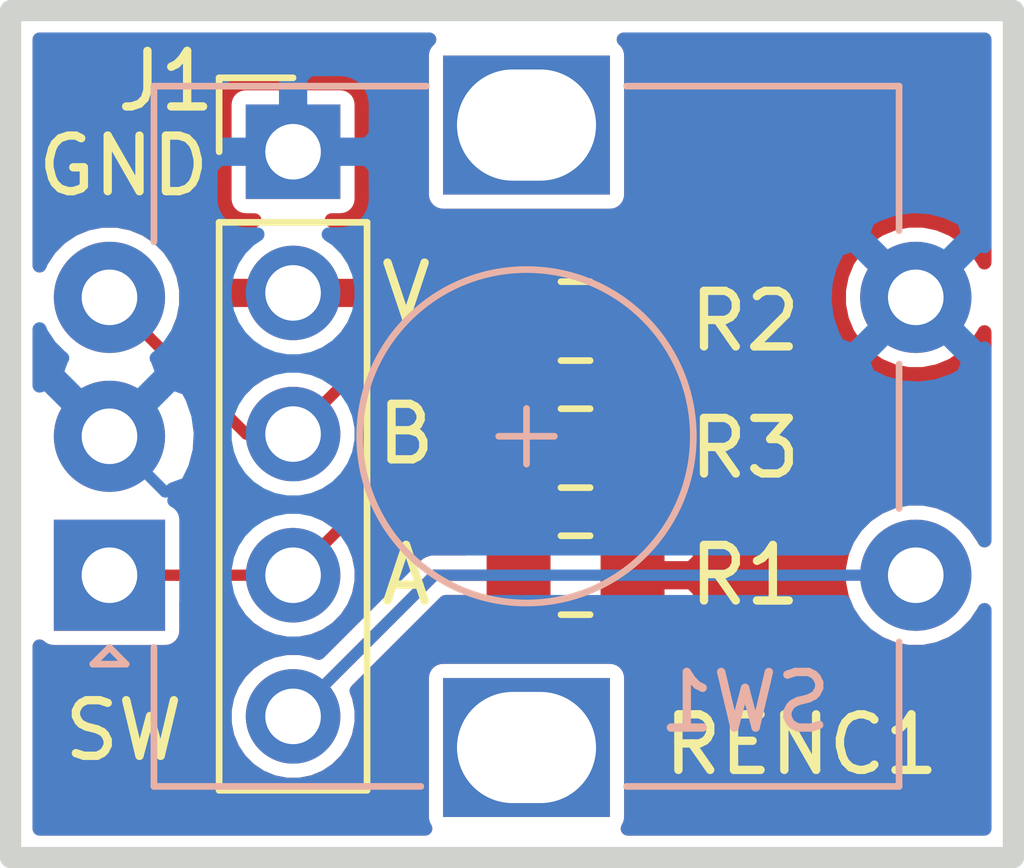
<source format=kicad_pcb>
(kicad_pcb (version 20171130) (host pcbnew "(5.1.5)-3")

  (general
    (thickness 1.6002)
    (drawings 14)
    (tracks 14)
    (zones 0)
    (modules 5)
    (nets 6)
  )

  (page A)
  (title_block
    (date "28 mar 2015")
    (rev X1)
  )

  (layers
    (0 Front signal)
    (31 Back signal)
    (36 B.SilkS user hide)
    (37 F.SilkS user)
    (38 B.Mask user)
    (39 F.Mask user hide)
    (40 Dwgs.User user hide)
    (44 Edge.Cuts user)
  )

  (setup
    (last_trace_width 0.2032)
    (user_trace_width 0.254)
    (user_trace_width 0.635)
    (trace_clearance 0.254)
    (zone_clearance 0.2032)
    (zone_45_only no)
    (trace_min 0.2032)
    (via_size 0.889)
    (via_drill 0.635)
    (via_min_size 0.889)
    (via_min_drill 0.508)
    (uvia_size 0.508)
    (uvia_drill 0.127)
    (uvias_allowed no)
    (uvia_min_size 0.508)
    (uvia_min_drill 0.127)
    (edge_width 0.381)
    (segment_width 0.381)
    (pcb_text_width 0.3048)
    (pcb_text_size 1.524 2.032)
    (mod_edge_width 0.381)
    (mod_text_size 1.524 1.524)
    (mod_text_width 0.3048)
    (pad_size 6.35 6.35)
    (pad_drill 3.175)
    (pad_to_mask_clearance 0.1524)
    (aux_axis_origin 0 0)
    (visible_elements 7FF7FF7F)
    (pcbplotparams
      (layerselection 0x010f0_ffffffff)
      (usegerberextensions true)
      (usegerberattributes false)
      (usegerberadvancedattributes false)
      (creategerberjobfile false)
      (excludeedgelayer true)
      (linewidth 0.150000)
      (plotframeref false)
      (viasonmask false)
      (mode 1)
      (useauxorigin false)
      (hpglpennumber 1)
      (hpglpenspeed 20)
      (hpglpendiameter 15.000000)
      (psnegative false)
      (psa4output false)
      (plotreference true)
      (plotvalue false)
      (plotinvisibletext false)
      (padsonsilk false)
      (subtractmaskfromsilk false)
      (outputformat 1)
      (mirror false)
      (drillshape 0)
      (scaleselection 1)
      (outputdirectory "plots/"))
  )

  (net 0 "")
  (net 1 GND)
  (net 2 /VCC)
  (net 3 /B)
  (net 4 /A)
  (net 5 /SW)

  (net_class Default "This is the default net class."
    (clearance 0.254)
    (trace_width 0.2032)
    (via_dia 0.889)
    (via_drill 0.635)
    (uvia_dia 0.508)
    (uvia_drill 0.127)
    (add_net /A)
    (add_net /B)
    (add_net /SW)
    (add_net /VCC)
    (add_net GND)
  )

  (net_class POWER ""
    (clearance 0.254)
    (trace_width 0.635)
    (via_dia 0.889)
    (via_drill 0.635)
    (uvia_dia 0.508)
    (uvia_drill 0.127)
  )

  (module Connector_PinHeader_2.54mm:PinHeader_1x05_P2.54mm_Vertical (layer Front) (tedit 59FED5CC) (tstamp 5F5E6CDA)
    (at 19.558 16.764)
    (descr "Through hole straight pin header, 1x05, 2.54mm pitch, single row")
    (tags "Through hole pin header THT 1x05 2.54mm single row")
    (path /5F5E9A8A)
    (fp_text reference J1 (at -2.286 -1.27) (layer F.SilkS)
      (effects (font (size 1 1) (thickness 0.15)))
    )
    (fp_text value Conn_01x05 (at 0 12.49) (layer F.Fab)
      (effects (font (size 1 1) (thickness 0.15)))
    )
    (fp_line (start -0.635 -1.27) (end 1.27 -1.27) (layer F.Fab) (width 0.1))
    (fp_line (start 1.27 -1.27) (end 1.27 11.43) (layer F.Fab) (width 0.1))
    (fp_line (start 1.27 11.43) (end -1.27 11.43) (layer F.Fab) (width 0.1))
    (fp_line (start -1.27 11.43) (end -1.27 -0.635) (layer F.Fab) (width 0.1))
    (fp_line (start -1.27 -0.635) (end -0.635 -1.27) (layer F.Fab) (width 0.1))
    (fp_line (start -1.33 11.49) (end 1.33 11.49) (layer F.SilkS) (width 0.12))
    (fp_line (start -1.33 1.27) (end -1.33 11.49) (layer F.SilkS) (width 0.12))
    (fp_line (start 1.33 1.27) (end 1.33 11.49) (layer F.SilkS) (width 0.12))
    (fp_line (start -1.33 1.27) (end 1.33 1.27) (layer F.SilkS) (width 0.12))
    (fp_line (start -1.33 0) (end -1.33 -1.33) (layer F.SilkS) (width 0.12))
    (fp_line (start -1.33 -1.33) (end 0 -1.33) (layer F.SilkS) (width 0.12))
    (fp_line (start -1.8 -1.8) (end -1.8 11.95) (layer F.CrtYd) (width 0.05))
    (fp_line (start -1.8 11.95) (end 1.8 11.95) (layer F.CrtYd) (width 0.05))
    (fp_line (start 1.8 11.95) (end 1.8 -1.8) (layer F.CrtYd) (width 0.05))
    (fp_line (start 1.8 -1.8) (end -1.8 -1.8) (layer F.CrtYd) (width 0.05))
    (fp_text user %R (at 0 5.08 90) (layer F.Fab)
      (effects (font (size 1 1) (thickness 0.15)))
    )
    (pad 1 thru_hole rect (at 0 0) (size 1.7 1.7) (drill 1) (layers *.Cu *.Mask)
      (net 1 GND))
    (pad 2 thru_hole oval (at 0 2.54) (size 1.7 1.7) (drill 1) (layers *.Cu *.Mask)
      (net 2 /VCC))
    (pad 3 thru_hole oval (at 0 5.08) (size 1.7 1.7) (drill 1) (layers *.Cu *.Mask)
      (net 3 /B))
    (pad 4 thru_hole oval (at 0 7.62) (size 1.7 1.7) (drill 1) (layers *.Cu *.Mask)
      (net 4 /A))
    (pad 5 thru_hole oval (at 0 10.16) (size 1.7 1.7) (drill 1) (layers *.Cu *.Mask)
      (net 5 /SW))
    (model ${KISYS3DMOD}/Connector_PinHeader_2.54mm.3dshapes/PinHeader_1x05_P2.54mm_Vertical.wrl
      (at (xyz 0 0 0))
      (scale (xyz 1 1 1))
      (rotate (xyz 0 0 0))
    )
  )

  (module Resistor_SMD:R_0805_2012Metric_Pad1.15x1.40mm_HandSolder (layer Front) (tedit 5B36C52B) (tstamp 5F5E6CDB)
    (at 24.638 24.384 180)
    (descr "Resistor SMD 0805 (2012 Metric), square (rectangular) end terminal, IPC_7351 nominal with elongated pad for handsoldering. (Body size source: https://docs.google.com/spreadsheets/d/1BsfQQcO9C6DZCsRaXUlFlo91Tg2WpOkGARC1WS5S8t0/edit?usp=sharing), generated with kicad-footprint-generator")
    (tags "resistor handsolder")
    (path /5030EFB3)
    (attr smd)
    (fp_text reference R1 (at -3.048 0) (layer F.SilkS)
      (effects (font (size 1 1) (thickness 0.15)))
    )
    (fp_text value 10K (at 0 1.65) (layer F.Fab)
      (effects (font (size 1 1) (thickness 0.15)))
    )
    (fp_line (start -1 0.6) (end -1 -0.6) (layer F.Fab) (width 0.1))
    (fp_line (start -1 -0.6) (end 1 -0.6) (layer F.Fab) (width 0.1))
    (fp_line (start 1 -0.6) (end 1 0.6) (layer F.Fab) (width 0.1))
    (fp_line (start 1 0.6) (end -1 0.6) (layer F.Fab) (width 0.1))
    (fp_line (start -0.261252 -0.71) (end 0.261252 -0.71) (layer F.SilkS) (width 0.12))
    (fp_line (start -0.261252 0.71) (end 0.261252 0.71) (layer F.SilkS) (width 0.12))
    (fp_line (start -1.85 0.95) (end -1.85 -0.95) (layer F.CrtYd) (width 0.05))
    (fp_line (start -1.85 -0.95) (end 1.85 -0.95) (layer F.CrtYd) (width 0.05))
    (fp_line (start 1.85 -0.95) (end 1.85 0.95) (layer F.CrtYd) (width 0.05))
    (fp_line (start 1.85 0.95) (end -1.85 0.95) (layer F.CrtYd) (width 0.05))
    (fp_text user %R (at 0 0) (layer F.Fab)
      (effects (font (size 0.5 0.5) (thickness 0.08)))
    )
    (pad 1 smd roundrect (at -1.025 0 180) (size 1.15 1.4) (layers Front F.Paste F.Mask) (roundrect_rratio 0.217391)
      (net 2 /VCC))
    (pad 2 smd roundrect (at 1.025 0 180) (size 1.15 1.4) (layers Front F.Paste F.Mask) (roundrect_rratio 0.217391)
      (net 5 /SW))
    (model ${KISYS3DMOD}/Resistor_SMD.3dshapes/R_0805_2012Metric.wrl
      (at (xyz 0 0 0))
      (scale (xyz 1 1 1))
      (rotate (xyz 0 0 0))
    )
  )

  (module Resistor_SMD:R_0805_2012Metric_Pad1.15x1.40mm_HandSolder (layer Front) (tedit 5B36C52B) (tstamp 5F5E6CEB)
    (at 24.638 19.812 180)
    (descr "Resistor SMD 0805 (2012 Metric), square (rectangular) end terminal, IPC_7351 nominal with elongated pad for handsoldering. (Body size source: https://docs.google.com/spreadsheets/d/1BsfQQcO9C6DZCsRaXUlFlo91Tg2WpOkGARC1WS5S8t0/edit?usp=sharing), generated with kicad-footprint-generator")
    (tags "resistor handsolder")
    (path /56BFD513)
    (attr smd)
    (fp_text reference R2 (at -3.048 0) (layer F.SilkS)
      (effects (font (size 1 1) (thickness 0.15)))
    )
    (fp_text value 10K (at 0 1.65) (layer F.Fab)
      (effects (font (size 1 1) (thickness 0.15)))
    )
    (fp_line (start -1 0.6) (end -1 -0.6) (layer F.Fab) (width 0.1))
    (fp_line (start -1 -0.6) (end 1 -0.6) (layer F.Fab) (width 0.1))
    (fp_line (start 1 -0.6) (end 1 0.6) (layer F.Fab) (width 0.1))
    (fp_line (start 1 0.6) (end -1 0.6) (layer F.Fab) (width 0.1))
    (fp_line (start -0.261252 -0.71) (end 0.261252 -0.71) (layer F.SilkS) (width 0.12))
    (fp_line (start -0.261252 0.71) (end 0.261252 0.71) (layer F.SilkS) (width 0.12))
    (fp_line (start -1.85 0.95) (end -1.85 -0.95) (layer F.CrtYd) (width 0.05))
    (fp_line (start -1.85 -0.95) (end 1.85 -0.95) (layer F.CrtYd) (width 0.05))
    (fp_line (start 1.85 -0.95) (end 1.85 0.95) (layer F.CrtYd) (width 0.05))
    (fp_line (start 1.85 0.95) (end -1.85 0.95) (layer F.CrtYd) (width 0.05))
    (fp_text user %R (at 0 0) (layer F.Fab)
      (effects (font (size 0.5 0.5) (thickness 0.08)))
    )
    (pad 1 smd roundrect (at -1.025 0 180) (size 1.15 1.4) (layers Front F.Paste F.Mask) (roundrect_rratio 0.217391)
      (net 2 /VCC))
    (pad 2 smd roundrect (at 1.025 0 180) (size 1.15 1.4) (layers Front F.Paste F.Mask) (roundrect_rratio 0.217391)
      (net 3 /B))
    (model ${KISYS3DMOD}/Resistor_SMD.3dshapes/R_0805_2012Metric.wrl
      (at (xyz 0 0 0))
      (scale (xyz 1 1 1))
      (rotate (xyz 0 0 0))
    )
  )

  (module Resistor_SMD:R_0805_2012Metric_Pad1.15x1.40mm_HandSolder (layer Front) (tedit 5B36C52B) (tstamp 5F5E6CFB)
    (at 24.638 22.098 180)
    (descr "Resistor SMD 0805 (2012 Metric), square (rectangular) end terminal, IPC_7351 nominal with elongated pad for handsoldering. (Body size source: https://docs.google.com/spreadsheets/d/1BsfQQcO9C6DZCsRaXUlFlo91Tg2WpOkGARC1WS5S8t0/edit?usp=sharing), generated with kicad-footprint-generator")
    (tags "resistor handsolder")
    (path /56BFD4B7)
    (attr smd)
    (fp_text reference R3 (at -3.048 0) (layer F.SilkS)
      (effects (font (size 1 1) (thickness 0.15)))
    )
    (fp_text value 10K (at 0 1.65) (layer F.Fab)
      (effects (font (size 1 1) (thickness 0.15)))
    )
    (fp_text user %R (at 0 0) (layer F.Fab)
      (effects (font (size 0.5 0.5) (thickness 0.08)))
    )
    (fp_line (start 1.85 0.95) (end -1.85 0.95) (layer F.CrtYd) (width 0.05))
    (fp_line (start 1.85 -0.95) (end 1.85 0.95) (layer F.CrtYd) (width 0.05))
    (fp_line (start -1.85 -0.95) (end 1.85 -0.95) (layer F.CrtYd) (width 0.05))
    (fp_line (start -1.85 0.95) (end -1.85 -0.95) (layer F.CrtYd) (width 0.05))
    (fp_line (start -0.261252 0.71) (end 0.261252 0.71) (layer F.SilkS) (width 0.12))
    (fp_line (start -0.261252 -0.71) (end 0.261252 -0.71) (layer F.SilkS) (width 0.12))
    (fp_line (start 1 0.6) (end -1 0.6) (layer F.Fab) (width 0.1))
    (fp_line (start 1 -0.6) (end 1 0.6) (layer F.Fab) (width 0.1))
    (fp_line (start -1 -0.6) (end 1 -0.6) (layer F.Fab) (width 0.1))
    (fp_line (start -1 0.6) (end -1 -0.6) (layer F.Fab) (width 0.1))
    (pad 2 smd roundrect (at 1.025 0 180) (size 1.15 1.4) (layers Front F.Paste F.Mask) (roundrect_rratio 0.217391)
      (net 4 /A))
    (pad 1 smd roundrect (at -1.025 0 180) (size 1.15 1.4) (layers Front F.Paste F.Mask) (roundrect_rratio 0.217391)
      (net 2 /VCC))
    (model ${KISYS3DMOD}/Resistor_SMD.3dshapes/R_0805_2012Metric.wrl
      (at (xyz 0 0 0))
      (scale (xyz 1 1 1))
      (rotate (xyz 0 0 0))
    )
  )

  (module Rotary_Encoder:RotaryEncoder_Alps_EC12E-Switch_Vertical_H20mm (layer Back) (tedit 5A64F492) (tstamp 5F5E6D0B)
    (at 16.256 24.384)
    (descr "Alps rotary encoder, EC12E... with switch, vertical shaft, http://www.alps.com/prod/info/E/HTML/Encoder/Incremental/EC12E/EC12E1240405.html & http://cdn-reichelt.de/documents/datenblatt/F100/402097STEC12E08.PDF")
    (tags "rotary encoder")
    (path /56BFD041)
    (fp_text reference SW1 (at 11.43 2.286) (layer B.SilkS)
      (effects (font (size 1 1) (thickness 0.15)) (justify mirror))
    )
    (fp_text value ROTARY-ENC (at 7.5 -10.4) (layer B.Fab)
      (effects (font (size 1 1) (thickness 0.15)) (justify mirror))
    )
    (fp_line (start 7 -2.5) (end 8 -2.5) (layer B.SilkS) (width 0.12))
    (fp_line (start 7.5 -2) (end 7.5 -3) (layer B.SilkS) (width 0.12))
    (fp_text user %R (at 11.5 -6.6) (layer B.Fab)
      (effects (font (size 1 1) (thickness 0.15)) (justify mirror))
    )
    (fp_line (start 14.2 -6.2) (end 14.2 -8.8) (layer B.SilkS) (width 0.12))
    (fp_line (start 14.2 -1.2) (end 14.2 -3.8) (layer B.SilkS) (width 0.12))
    (fp_line (start 14.2 3.8) (end 14.2 1.2) (layer B.SilkS) (width 0.12))
    (fp_line (start 4.5 -2.5) (end 10.5 -2.5) (layer B.Fab) (width 0.12))
    (fp_line (start 7.5 0.5) (end 7.5 -5.5) (layer B.Fab) (width 0.12))
    (fp_line (start 0.3 1.6) (end 0 1.3) (layer B.SilkS) (width 0.12))
    (fp_line (start -0.3 1.6) (end 0.3 1.6) (layer B.SilkS) (width 0.12))
    (fp_line (start 0 1.3) (end -0.3 1.6) (layer B.SilkS) (width 0.12))
    (fp_line (start 0.8 3.8) (end 0.8 1.3) (layer B.SilkS) (width 0.12))
    (fp_line (start 5.6 3.8) (end 0.8 3.8) (layer B.SilkS) (width 0.12))
    (fp_line (start 0.8 -8.8) (end 0.8 -6) (layer B.SilkS) (width 0.12))
    (fp_line (start 5.7 -8.8) (end 0.8 -8.8) (layer B.SilkS) (width 0.12))
    (fp_line (start 14.2 -8.8) (end 9.3 -8.8) (layer B.SilkS) (width 0.12))
    (fp_line (start 9.3 3.8) (end 14.2 3.8) (layer B.SilkS) (width 0.12))
    (fp_line (start 0.9 2.6) (end 1.9 3.7) (layer B.Fab) (width 0.12))
    (fp_line (start 0.9 -8.7) (end 0.9 2.6) (layer B.Fab) (width 0.12))
    (fp_line (start 14.1 -8.7) (end 0.9 -8.7) (layer B.Fab) (width 0.12))
    (fp_line (start 14.1 3.7) (end 14.1 -8.7) (layer B.Fab) (width 0.12))
    (fp_line (start 1.9 3.7) (end 14.1 3.7) (layer B.Fab) (width 0.12))
    (fp_line (start -1.5 4.85) (end 16 4.85) (layer B.CrtYd) (width 0.05))
    (fp_line (start -1.5 4.85) (end -1.5 -9.85) (layer B.CrtYd) (width 0.05))
    (fp_line (start 16 -9.85) (end 16 4.85) (layer B.CrtYd) (width 0.05))
    (fp_line (start 16 -9.85) (end -1.5 -9.85) (layer B.CrtYd) (width 0.05))
    (fp_circle (center 7.5 -2.5) (end 10.5 -2.5) (layer B.SilkS) (width 0.12))
    (fp_circle (center 7.5 -2.5) (end 10.5 -2.5) (layer B.Fab) (width 0.12))
    (pad S2 thru_hole circle (at 14.5 -5) (size 2 2) (drill 1) (layers *.Cu *.Mask)
      (net 1 GND))
    (pad S1 thru_hole circle (at 14.5 0) (size 2 2) (drill 1) (layers *.Cu *.Mask)
      (net 5 /SW))
    (pad MP thru_hole rect (at 7.5 -8.1) (size 3 2.5) (drill oval 2.5 2) (layers *.Cu *.Mask))
    (pad MP thru_hole rect (at 7.5 3.1) (size 3 2.5) (drill oval 2.5 2) (layers *.Cu *.Mask))
    (pad B thru_hole circle (at 0 -5) (size 2 2) (drill 1) (layers *.Cu *.Mask)
      (net 3 /B))
    (pad C thru_hole circle (at 0 -2.5) (size 2 2) (drill 1) (layers *.Cu *.Mask)
      (net 1 GND))
    (pad A thru_hole rect (at 0 0) (size 2 2) (drill 1) (layers *.Cu *.Mask)
      (net 4 /A))
    (model ${KISYS3DMOD}/Rotary_Encoder.3dshapes/RotaryEncoder_Alps_EC12E-Switch_Vertical_H20mm.wrl
      (at (xyz 0 0 0))
      (scale (xyz 1 1 1))
      (rotate (xyz 0 0 0))
    )
  )

  (dimension 15.24 (width 0.381) (layer Dwgs.User)
    (gr_text "15.240 mm" (at 42.425 21.844 90) (layer Dwgs.User)
      (effects (font (size 1 1) (thickness 0.15)))
    )
    (feature1 (pts (xy 32.512 14.224) (xy 41.480421 14.224)))
    (feature2 (pts (xy 32.512 29.464) (xy 41.480421 29.464)))
    (crossbar (pts (xy 40.894 29.464) (xy 40.894 14.224)))
    (arrow1a (pts (xy 40.894 14.224) (xy 41.480421 15.350504)))
    (arrow1b (pts (xy 40.894 14.224) (xy 40.307579 15.350504)))
    (arrow2a (pts (xy 40.894 29.464) (xy 41.480421 28.337496)))
    (arrow2b (pts (xy 40.894 29.464) (xy 40.307579 28.337496)))
  )
  (dimension 18.034 (width 0.381) (layer Dwgs.User)
    (gr_text "18.034 mm" (at 23.495 36.837) (layer Dwgs.User)
      (effects (font (size 1 1) (thickness 0.15)))
    )
    (feature1 (pts (xy 32.512 29.464) (xy 32.512 35.892421)))
    (feature2 (pts (xy 14.478 29.464) (xy 14.478 35.892421)))
    (crossbar (pts (xy 14.478 35.306) (xy 32.512 35.306)))
    (arrow1a (pts (xy 32.512 35.306) (xy 31.385496 35.892421)))
    (arrow1b (pts (xy 32.512 35.306) (xy 31.385496 34.719579)))
    (arrow2a (pts (xy 14.478 35.306) (xy 15.604504 35.892421)))
    (arrow2b (pts (xy 14.478 35.306) (xy 15.604504 34.719579)))
  )
  (gr_text RENC1 (at 28.702 27.432) (layer F.SilkS) (tstamp 5F5E7377)
    (effects (font (size 1 1) (thickness 0.15)))
  )
  (gr_text A (at 21.59 24.384) (layer F.SilkS) (tstamp 5F5E7372)
    (effects (font (size 1 1) (thickness 0.15)))
  )
  (gr_text B (at 21.59 21.844) (layer F.SilkS) (tstamp 5F5E736F)
    (effects (font (size 1 1) (thickness 0.15)))
  )
  (gr_text V (at 21.59 19.304) (layer F.SilkS) (tstamp 5F5E736A)
    (effects (font (size 1 1) (thickness 0.15)))
  )
  (gr_text SW (at 16.51 27.178) (layer F.SilkS) (tstamp 5F5E7331)
    (effects (font (size 1 1) (thickness 0.15)))
  )
  (gr_text GND (at 16.51 17.018) (layer F.SilkS)
    (effects (font (size 1 1) (thickness 0.15)))
  )
  (dimension 15.24 (width 0.381) (layer Dwgs.User)
    (gr_text "0.6000 in" (at 37.599 21.844 90) (layer Dwgs.User)
      (effects (font (size 1 1) (thickness 0.15)))
    )
    (feature1 (pts (xy 32.512 14.224) (xy 36.654421 14.224)))
    (feature2 (pts (xy 32.512 29.464) (xy 36.654421 29.464)))
    (crossbar (pts (xy 36.068 29.464) (xy 36.068 14.224)))
    (arrow1a (pts (xy 36.068 14.224) (xy 36.654421 15.350504)))
    (arrow1b (pts (xy 36.068 14.224) (xy 35.481579 15.350504)))
    (arrow2a (pts (xy 36.068 29.464) (xy 36.654421 28.337496)))
    (arrow2b (pts (xy 36.068 29.464) (xy 35.481579 28.337496)))
  )
  (dimension 18.034 (width 0.381) (layer Dwgs.User)
    (gr_text "0.7100 in" (at 23.495 33.281) (layer Dwgs.User)
      (effects (font (size 1 1) (thickness 0.15)))
    )
    (feature1 (pts (xy 32.512 29.464) (xy 32.512 32.336421)))
    (feature2 (pts (xy 14.478 29.464) (xy 14.478 32.336421)))
    (crossbar (pts (xy 14.478 31.75) (xy 32.512 31.75)))
    (arrow1a (pts (xy 32.512 31.75) (xy 31.385496 32.336421)))
    (arrow1b (pts (xy 32.512 31.75) (xy 31.385496 31.163579)))
    (arrow2a (pts (xy 14.478 31.75) (xy 15.604504 32.336421)))
    (arrow2b (pts (xy 14.478 31.75) (xy 15.604504 31.163579)))
  )
  (gr_line (start 14.478 29.464) (end 14.478 14.224) (layer Edge.Cuts) (width 0.381) (tstamp 5F5E730B))
  (gr_line (start 32.512 29.464) (end 14.478 29.464) (layer Edge.Cuts) (width 0.381))
  (gr_line (start 32.512 14.224) (end 32.512 29.464) (layer Edge.Cuts) (width 0.381))
  (gr_line (start 14.478 14.224) (end 32.512 14.224) (layer Edge.Cuts) (width 0.381))

  (segment (start 17.255999 22.883999) (end 17.502001 22.883999) (width 0.2032) (layer Back) (net 1))
  (segment (start 16.256 21.884) (end 17.255999 22.883999) (width 0.2032) (layer Back) (net 1))
  (segment (start 18.716 21.844) (end 19.558 21.844) (width 0.2032) (layer Front) (net 3))
  (segment (start 16.256 19.384) (end 18.716 21.844) (width 0.2032) (layer Front) (net 3))
  (segment (start 21.59 19.812) (end 19.558 21.844) (width 0.2032) (layer Front) (net 3))
  (segment (start 23.613 19.812) (end 21.59 19.812) (width 0.2032) (layer Front) (net 3))
  (segment (start 21.844 22.098) (end 19.558 24.384) (width 0.2032) (layer Front) (net 4))
  (segment (start 23.613 22.098) (end 21.844 22.098) (width 0.2032) (layer Front) (net 4))
  (segment (start 17.4592 24.384) (end 19.558 24.384) (width 0.2032) (layer Front) (net 4))
  (segment (start 16.256 24.384) (end 17.4592 24.384) (width 0.2032) (layer Front) (net 4))
  (segment (start 22.098 24.384) (end 30.756 24.384) (width 0.2032) (layer Back) (net 5))
  (segment (start 19.558 26.924) (end 22.098 24.384) (width 0.2032) (layer Back) (net 5))
  (segment (start 22.098 24.384) (end 19.558 26.924) (width 0.2032) (layer Front) (net 5))
  (segment (start 23.613 24.384) (end 22.098 24.384) (width 0.2032) (layer Front) (net 5))

  (zone (net 2) (net_name /VCC) (layer Front) (tstamp 5F5E739F) (hatch edge 0.508)
    (connect_pads (clearance 0.2032))
    (min_thickness 0.254)
    (fill yes (arc_segments 32) (thermal_gap 0.508) (thermal_bridge_width 0.508))
    (polygon
      (pts
        (xy 32.512 29.464) (xy 14.478 29.464) (xy 14.478 14.224) (xy 32.512 14.224)
      )
    )
    (filled_polygon
      (pts
        (xy 21.985289 14.763289) (xy 21.937678 14.821304) (xy 21.902299 14.887492) (xy 21.880513 14.959311) (xy 21.873157 15.034)
        (xy 21.873157 17.534) (xy 21.880513 17.608689) (xy 21.902299 17.680508) (xy 21.937678 17.746696) (xy 21.985289 17.804711)
        (xy 22.043304 17.852322) (xy 22.109492 17.887701) (xy 22.181311 17.909487) (xy 22.256 17.916843) (xy 25.256 17.916843)
        (xy 25.330689 17.909487) (xy 25.402508 17.887701) (xy 25.468696 17.852322) (xy 25.526711 17.804711) (xy 25.574322 17.746696)
        (xy 25.609701 17.680508) (xy 25.631487 17.608689) (xy 25.638843 17.534) (xy 25.638843 15.034) (xy 25.631487 14.959311)
        (xy 25.609701 14.887492) (xy 25.574322 14.821304) (xy 25.526711 14.763289) (xy 25.50406 14.7447) (xy 31.9913 14.7447)
        (xy 31.9913 18.757552) (xy 31.979826 18.729851) (xy 31.828693 18.503664) (xy 31.636336 18.311307) (xy 31.410149 18.160174)
        (xy 31.158823 18.056071) (xy 30.892017 18.003) (xy 30.619983 18.003) (xy 30.353177 18.056071) (xy 30.101851 18.160174)
        (xy 29.875664 18.311307) (xy 29.683307 18.503664) (xy 29.532174 18.729851) (xy 29.428071 18.981177) (xy 29.375 19.247983)
        (xy 29.375 19.520017) (xy 29.428071 19.786823) (xy 29.532174 20.038149) (xy 29.683307 20.264336) (xy 29.875664 20.456693)
        (xy 30.101851 20.607826) (xy 30.353177 20.711929) (xy 30.619983 20.765) (xy 30.892017 20.765) (xy 31.158823 20.711929)
        (xy 31.410149 20.607826) (xy 31.636336 20.456693) (xy 31.828693 20.264336) (xy 31.979826 20.038149) (xy 31.9913 20.010447)
        (xy 31.991301 23.757553) (xy 31.979826 23.729851) (xy 31.828693 23.503664) (xy 31.636336 23.311307) (xy 31.410149 23.160174)
        (xy 31.158823 23.056071) (xy 30.892017 23.003) (xy 30.619983 23.003) (xy 30.353177 23.056071) (xy 30.101851 23.160174)
        (xy 29.875664 23.311307) (xy 29.683307 23.503664) (xy 29.532174 23.729851) (xy 29.428071 23.981177) (xy 29.375 24.247983)
        (xy 29.375 24.520017) (xy 29.428071 24.786823) (xy 29.532174 25.038149) (xy 29.683307 25.264336) (xy 29.875664 25.456693)
        (xy 30.101851 25.607826) (xy 30.353177 25.711929) (xy 30.619983 25.765) (xy 30.892017 25.765) (xy 31.158823 25.711929)
        (xy 31.410149 25.607826) (xy 31.636336 25.456693) (xy 31.828693 25.264336) (xy 31.979826 25.038149) (xy 31.991301 25.010447)
        (xy 31.991301 28.9433) (xy 25.576137 28.9433) (xy 25.609701 28.880508) (xy 25.631487 28.808689) (xy 25.638843 28.734)
        (xy 25.638843 26.234) (xy 25.631487 26.159311) (xy 25.609701 26.087492) (xy 25.574322 26.021304) (xy 25.526711 25.963289)
        (xy 25.468696 25.915678) (xy 25.402508 25.880299) (xy 25.330689 25.858513) (xy 25.256 25.851157) (xy 22.256 25.851157)
        (xy 22.181311 25.858513) (xy 22.109492 25.880299) (xy 22.043304 25.915678) (xy 21.985289 25.963289) (xy 21.937678 26.021304)
        (xy 21.902299 26.087492) (xy 21.880513 26.159311) (xy 21.873157 26.234) (xy 21.873157 28.734) (xy 21.880513 28.808689)
        (xy 21.902299 28.880508) (xy 21.935863 28.9433) (xy 14.9987 28.9433) (xy 14.9987 25.665717) (xy 15.043304 25.702322)
        (xy 15.109492 25.737701) (xy 15.181311 25.759487) (xy 15.256 25.766843) (xy 17.256 25.766843) (xy 17.330689 25.759487)
        (xy 17.402508 25.737701) (xy 17.468696 25.702322) (xy 17.526711 25.654711) (xy 17.574322 25.596696) (xy 17.609701 25.530508)
        (xy 17.631487 25.458689) (xy 17.638843 25.384) (xy 17.638843 24.8666) (xy 18.425475 24.8666) (xy 18.467102 24.967097)
        (xy 18.60182 25.168717) (xy 18.773283 25.34018) (xy 18.974903 25.474898) (xy 19.198931 25.567693) (xy 19.436757 25.615)
        (xy 19.679243 25.615) (xy 19.917069 25.567693) (xy 20.141097 25.474898) (xy 20.342717 25.34018) (xy 20.51418 25.168717)
        (xy 20.648898 24.967097) (xy 20.741693 24.743069) (xy 20.789 24.505243) (xy 20.789 24.262757) (xy 20.741693 24.024931)
        (xy 20.700066 23.924433) (xy 22.043899 22.5806) (xy 22.658368 22.5806) (xy 22.667317 22.671462) (xy 22.703329 22.790179)
        (xy 22.76181 22.899589) (xy 22.840512 22.995488) (xy 22.936411 23.07419) (xy 23.045821 23.132671) (xy 23.164538 23.168683)
        (xy 23.287999 23.180843) (xy 23.938001 23.180843) (xy 24.061462 23.168683) (xy 24.180179 23.132671) (xy 24.289589 23.07419)
        (xy 24.385488 22.995488) (xy 24.460389 22.90422) (xy 24.462188 22.922482) (xy 24.498498 23.04218) (xy 24.557463 23.152494)
        (xy 24.630098 23.241) (xy 24.557463 23.329506) (xy 24.498498 23.43982) (xy 24.462188 23.559518) (xy 24.460389 23.57778)
        (xy 24.385488 23.486512) (xy 24.289589 23.40781) (xy 24.180179 23.349329) (xy 24.061462 23.313317) (xy 23.938001 23.301157)
        (xy 23.287999 23.301157) (xy 23.164538 23.313317) (xy 23.045821 23.349329) (xy 22.936411 23.40781) (xy 22.840512 23.486512)
        (xy 22.76181 23.582411) (xy 22.703329 23.691821) (xy 22.667317 23.810538) (xy 22.658368 23.9014) (xy 22.121696 23.9014)
        (xy 22.097999 23.899066) (xy 22.074302 23.9014) (xy 22.074293 23.9014) (xy 22.003394 23.908383) (xy 21.912423 23.935978)
        (xy 21.828585 23.980791) (xy 21.755099 24.041099) (xy 21.739983 24.059518) (xy 20.017567 25.781934) (xy 19.917069 25.740307)
        (xy 19.679243 25.693) (xy 19.436757 25.693) (xy 19.198931 25.740307) (xy 18.974903 25.833102) (xy 18.773283 25.96782)
        (xy 18.60182 26.139283) (xy 18.467102 26.340903) (xy 18.374307 26.564931) (xy 18.327 26.802757) (xy 18.327 27.045243)
        (xy 18.374307 27.283069) (xy 18.467102 27.507097) (xy 18.60182 27.708717) (xy 18.773283 27.88018) (xy 18.974903 28.014898)
        (xy 19.198931 28.107693) (xy 19.436757 28.155) (xy 19.679243 28.155) (xy 19.917069 28.107693) (xy 20.141097 28.014898)
        (xy 20.342717 27.88018) (xy 20.51418 27.708717) (xy 20.648898 27.507097) (xy 20.741693 27.283069) (xy 20.789 27.045243)
        (xy 20.789 26.802757) (xy 20.741693 26.564931) (xy 20.700066 26.464433) (xy 22.297899 24.8666) (xy 22.658368 24.8666)
        (xy 22.667317 24.957462) (xy 22.703329 25.076179) (xy 22.76181 25.185589) (xy 22.840512 25.281488) (xy 22.936411 25.36019)
        (xy 23.045821 25.418671) (xy 23.164538 25.454683) (xy 23.287999 25.466843) (xy 23.938001 25.466843) (xy 24.061462 25.454683)
        (xy 24.180179 25.418671) (xy 24.289589 25.36019) (xy 24.385488 25.281488) (xy 24.460389 25.19022) (xy 24.462188 25.208482)
        (xy 24.498498 25.32818) (xy 24.557463 25.438494) (xy 24.636815 25.535185) (xy 24.733506 25.614537) (xy 24.84382 25.673502)
        (xy 24.963518 25.709812) (xy 25.088 25.722072) (xy 25.37725 25.719) (xy 25.536 25.56025) (xy 25.536 24.511)
        (xy 25.79 24.511) (xy 25.79 25.56025) (xy 25.94875 25.719) (xy 26.238 25.722072) (xy 26.362482 25.709812)
        (xy 26.48218 25.673502) (xy 26.592494 25.614537) (xy 26.689185 25.535185) (xy 26.768537 25.438494) (xy 26.827502 25.32818)
        (xy 26.863812 25.208482) (xy 26.876072 25.084) (xy 26.873 24.66975) (xy 26.71425 24.511) (xy 25.79 24.511)
        (xy 25.536 24.511) (xy 25.516 24.511) (xy 25.516 24.257) (xy 25.536 24.257) (xy 25.536 22.225)
        (xy 25.79 22.225) (xy 25.79 24.257) (xy 26.71425 24.257) (xy 26.873 24.09825) (xy 26.876072 23.684)
        (xy 26.863812 23.559518) (xy 26.827502 23.43982) (xy 26.768537 23.329506) (xy 26.695902 23.241) (xy 26.768537 23.152494)
        (xy 26.827502 23.04218) (xy 26.863812 22.922482) (xy 26.876072 22.798) (xy 26.873 22.38375) (xy 26.71425 22.225)
        (xy 25.79 22.225) (xy 25.536 22.225) (xy 25.516 22.225) (xy 25.516 21.971) (xy 25.536 21.971)
        (xy 25.536 19.939) (xy 25.79 19.939) (xy 25.79 21.971) (xy 26.71425 21.971) (xy 26.873 21.81225)
        (xy 26.876072 21.398) (xy 26.863812 21.273518) (xy 26.827502 21.15382) (xy 26.768537 21.043506) (xy 26.695902 20.955)
        (xy 26.768537 20.866494) (xy 26.827502 20.75618) (xy 26.863812 20.636482) (xy 26.876072 20.512) (xy 26.873 20.09775)
        (xy 26.71425 19.939) (xy 25.79 19.939) (xy 25.536 19.939) (xy 25.516 19.939) (xy 25.516 19.685)
        (xy 25.536 19.685) (xy 25.536 18.63575) (xy 25.79 18.63575) (xy 25.79 19.685) (xy 26.71425 19.685)
        (xy 26.873 19.52625) (xy 26.876072 19.112) (xy 26.863812 18.987518) (xy 26.827502 18.86782) (xy 26.768537 18.757506)
        (xy 26.689185 18.660815) (xy 26.592494 18.581463) (xy 26.48218 18.522498) (xy 26.362482 18.486188) (xy 26.238 18.473928)
        (xy 25.94875 18.477) (xy 25.79 18.63575) (xy 25.536 18.63575) (xy 25.37725 18.477) (xy 25.088 18.473928)
        (xy 24.963518 18.486188) (xy 24.84382 18.522498) (xy 24.733506 18.581463) (xy 24.636815 18.660815) (xy 24.557463 18.757506)
        (xy 24.498498 18.86782) (xy 24.462188 18.987518) (xy 24.460389 19.00578) (xy 24.385488 18.914512) (xy 24.289589 18.83581)
        (xy 24.180179 18.777329) (xy 24.061462 18.741317) (xy 23.938001 18.729157) (xy 23.287999 18.729157) (xy 23.164538 18.741317)
        (xy 23.045821 18.777329) (xy 22.936411 18.83581) (xy 22.840512 18.914512) (xy 22.76181 19.010411) (xy 22.703329 19.119821)
        (xy 22.667317 19.238538) (xy 22.658368 19.3294) (xy 21.613707 19.3294) (xy 21.59 19.327065) (xy 21.495393 19.336383)
        (xy 21.410947 19.361999) (xy 21.404423 19.363978) (xy 21.320585 19.408791) (xy 21.247099 19.469099) (xy 21.231988 19.487512)
        (xy 20.973731 19.74577) (xy 20.999476 19.66089) (xy 20.878155 19.431) (xy 19.685 19.431) (xy 19.685 19.451)
        (xy 19.431 19.451) (xy 19.431 19.431) (xy 18.237845 19.431) (xy 18.116524 19.66089) (xy 18.161175 19.808099)
        (xy 18.286359 20.07092) (xy 18.460412 20.304269) (xy 18.676645 20.499178) (xy 18.926748 20.648157) (xy 19.089168 20.705772)
        (xy 18.974903 20.753102) (xy 18.773283 20.88782) (xy 18.607801 21.053302) (xy 17.512871 19.958372) (xy 17.583929 19.786823)
        (xy 17.637 19.520017) (xy 17.637 19.247983) (xy 17.583929 18.981177) (xy 17.569818 18.94711) (xy 18.116524 18.94711)
        (xy 18.237845 19.177) (xy 19.431 19.177) (xy 19.431 19.157) (xy 19.685 19.157) (xy 19.685 19.177)
        (xy 20.878155 19.177) (xy 20.999476 18.94711) (xy 20.954825 18.799901) (xy 20.829641 18.53708) (xy 20.655588 18.303731)
        (xy 20.439355 18.108822) (xy 20.251367 17.996843) (xy 20.408 17.996843) (xy 20.482689 17.989487) (xy 20.554508 17.967701)
        (xy 20.620696 17.932322) (xy 20.678711 17.884711) (xy 20.726322 17.826696) (xy 20.761701 17.760508) (xy 20.783487 17.688689)
        (xy 20.790843 17.614) (xy 20.790843 15.914) (xy 20.783487 15.839311) (xy 20.761701 15.767492) (xy 20.726322 15.701304)
        (xy 20.678711 15.643289) (xy 20.620696 15.595678) (xy 20.554508 15.560299) (xy 20.482689 15.538513) (xy 20.408 15.531157)
        (xy 18.708 15.531157) (xy 18.633311 15.538513) (xy 18.561492 15.560299) (xy 18.495304 15.595678) (xy 18.437289 15.643289)
        (xy 18.389678 15.701304) (xy 18.354299 15.767492) (xy 18.332513 15.839311) (xy 18.325157 15.914) (xy 18.325157 17.614)
        (xy 18.332513 17.688689) (xy 18.354299 17.760508) (xy 18.389678 17.826696) (xy 18.437289 17.884711) (xy 18.495304 17.932322)
        (xy 18.561492 17.967701) (xy 18.633311 17.989487) (xy 18.708 17.996843) (xy 18.864633 17.996843) (xy 18.676645 18.108822)
        (xy 18.460412 18.303731) (xy 18.286359 18.53708) (xy 18.161175 18.799901) (xy 18.116524 18.94711) (xy 17.569818 18.94711)
        (xy 17.479826 18.729851) (xy 17.328693 18.503664) (xy 17.136336 18.311307) (xy 16.910149 18.160174) (xy 16.658823 18.056071)
        (xy 16.392017 18.003) (xy 16.119983 18.003) (xy 15.853177 18.056071) (xy 15.601851 18.160174) (xy 15.375664 18.311307)
        (xy 15.183307 18.503664) (xy 15.032174 18.729851) (xy 14.9987 18.810664) (xy 14.9987 14.7447) (xy 22.00794 14.7447)
      )
    )
  )
  (zone (net 1) (net_name GND) (layer Back) (tstamp 5F5E739C) (hatch edge 0.508)
    (connect_pads (clearance 0.2032))
    (min_thickness 0.254)
    (fill yes (arc_segments 32) (thermal_gap 0.508) (thermal_bridge_width 0.508))
    (polygon
      (pts
        (xy 32.512 29.464) (xy 14.478 29.464) (xy 14.478 14.224) (xy 32.512 14.224)
      )
    )
    (filled_polygon
      (pts
        (xy 21.985289 14.763289) (xy 21.937678 14.821304) (xy 21.902299 14.887492) (xy 21.880513 14.959311) (xy 21.873157 15.034)
        (xy 21.873157 17.534) (xy 21.880513 17.608689) (xy 21.902299 17.680508) (xy 21.937678 17.746696) (xy 21.985289 17.804711)
        (xy 22.043304 17.852322) (xy 22.109492 17.887701) (xy 22.181311 17.909487) (xy 22.256 17.916843) (xy 25.256 17.916843)
        (xy 25.330689 17.909487) (xy 25.402508 17.887701) (xy 25.468696 17.852322) (xy 25.526711 17.804711) (xy 25.574322 17.746696)
        (xy 25.609701 17.680508) (xy 25.631487 17.608689) (xy 25.638843 17.534) (xy 25.638843 15.034) (xy 25.631487 14.959311)
        (xy 25.609701 14.887492) (xy 25.574322 14.821304) (xy 25.526711 14.763289) (xy 25.50406 14.7447) (xy 31.9913 14.7447)
        (xy 31.9913 18.46437) (xy 31.891413 18.428192) (xy 30.935605 19.384) (xy 31.891413 20.339808) (xy 31.9913 20.30363)
        (xy 31.991301 23.757553) (xy 31.979826 23.729851) (xy 31.828693 23.503664) (xy 31.636336 23.311307) (xy 31.410149 23.160174)
        (xy 31.158823 23.056071) (xy 30.892017 23.003) (xy 30.619983 23.003) (xy 30.353177 23.056071) (xy 30.101851 23.160174)
        (xy 29.875664 23.311307) (xy 29.683307 23.503664) (xy 29.532174 23.729851) (xy 29.461116 23.9014) (xy 22.121696 23.9014)
        (xy 22.097999 23.899066) (xy 22.074302 23.9014) (xy 22.074293 23.9014) (xy 22.003394 23.908383) (xy 21.912423 23.935978)
        (xy 21.828585 23.980791) (xy 21.755099 24.041099) (xy 21.739983 24.059518) (xy 20.017567 25.781934) (xy 19.917069 25.740307)
        (xy 19.679243 25.693) (xy 19.436757 25.693) (xy 19.198931 25.740307) (xy 18.974903 25.833102) (xy 18.773283 25.96782)
        (xy 18.60182 26.139283) (xy 18.467102 26.340903) (xy 18.374307 26.564931) (xy 18.327 26.802757) (xy 18.327 27.045243)
        (xy 18.374307 27.283069) (xy 18.467102 27.507097) (xy 18.60182 27.708717) (xy 18.773283 27.88018) (xy 18.974903 28.014898)
        (xy 19.198931 28.107693) (xy 19.436757 28.155) (xy 19.679243 28.155) (xy 19.917069 28.107693) (xy 20.141097 28.014898)
        (xy 20.342717 27.88018) (xy 20.51418 27.708717) (xy 20.648898 27.507097) (xy 20.741693 27.283069) (xy 20.789 27.045243)
        (xy 20.789 26.802757) (xy 20.741693 26.564931) (xy 20.700066 26.464433) (xy 22.297899 24.8666) (xy 29.461116 24.8666)
        (xy 29.532174 25.038149) (xy 29.683307 25.264336) (xy 29.875664 25.456693) (xy 30.101851 25.607826) (xy 30.353177 25.711929)
        (xy 30.619983 25.765) (xy 30.892017 25.765) (xy 31.158823 25.711929) (xy 31.410149 25.607826) (xy 31.636336 25.456693)
        (xy 31.828693 25.264336) (xy 31.979826 25.038149) (xy 31.991301 25.010447) (xy 31.991301 28.9433) (xy 25.576137 28.9433)
        (xy 25.609701 28.880508) (xy 25.631487 28.808689) (xy 25.638843 28.734) (xy 25.638843 26.234) (xy 25.631487 26.159311)
        (xy 25.609701 26.087492) (xy 25.574322 26.021304) (xy 25.526711 25.963289) (xy 25.468696 25.915678) (xy 25.402508 25.880299)
        (xy 25.330689 25.858513) (xy 25.256 25.851157) (xy 22.256 25.851157) (xy 22.181311 25.858513) (xy 22.109492 25.880299)
        (xy 22.043304 25.915678) (xy 21.985289 25.963289) (xy 21.937678 26.021304) (xy 21.902299 26.087492) (xy 21.880513 26.159311)
        (xy 21.873157 26.234) (xy 21.873157 28.734) (xy 21.880513 28.808689) (xy 21.902299 28.880508) (xy 21.935863 28.9433)
        (xy 14.9987 28.9433) (xy 14.9987 25.665717) (xy 15.043304 25.702322) (xy 15.109492 25.737701) (xy 15.181311 25.759487)
        (xy 15.256 25.766843) (xy 17.256 25.766843) (xy 17.330689 25.759487) (xy 17.402508 25.737701) (xy 17.468696 25.702322)
        (xy 17.526711 25.654711) (xy 17.574322 25.596696) (xy 17.609701 25.530508) (xy 17.631487 25.458689) (xy 17.638843 25.384)
        (xy 17.638843 24.262757) (xy 18.327 24.262757) (xy 18.327 24.505243) (xy 18.374307 24.743069) (xy 18.467102 24.967097)
        (xy 18.60182 25.168717) (xy 18.773283 25.34018) (xy 18.974903 25.474898) (xy 19.198931 25.567693) (xy 19.436757 25.615)
        (xy 19.679243 25.615) (xy 19.917069 25.567693) (xy 20.141097 25.474898) (xy 20.342717 25.34018) (xy 20.51418 25.168717)
        (xy 20.648898 24.967097) (xy 20.741693 24.743069) (xy 20.789 24.505243) (xy 20.789 24.262757) (xy 20.741693 24.024931)
        (xy 20.648898 23.800903) (xy 20.51418 23.599283) (xy 20.342717 23.42782) (xy 20.141097 23.293102) (xy 19.917069 23.200307)
        (xy 19.679243 23.153) (xy 19.436757 23.153) (xy 19.198931 23.200307) (xy 18.974903 23.293102) (xy 18.773283 23.42782)
        (xy 18.60182 23.599283) (xy 18.467102 23.800903) (xy 18.374307 24.024931) (xy 18.327 24.262757) (xy 17.638843 24.262757)
        (xy 17.638843 23.384) (xy 17.631487 23.309311) (xy 17.609701 23.237492) (xy 17.574322 23.171304) (xy 17.526711 23.113289)
        (xy 17.468696 23.065678) (xy 17.421896 23.040662) (xy 17.507083 22.955475) (xy 17.391415 22.839807) (xy 17.655814 22.744044)
        (xy 17.796704 22.454429) (xy 17.878384 22.142892) (xy 17.897718 21.821405) (xy 17.88419 21.722757) (xy 18.327 21.722757)
        (xy 18.327 21.965243) (xy 18.374307 22.203069) (xy 18.467102 22.427097) (xy 18.60182 22.628717) (xy 18.773283 22.80018)
        (xy 18.974903 22.934898) (xy 19.198931 23.027693) (xy 19.436757 23.075) (xy 19.679243 23.075) (xy 19.917069 23.027693)
        (xy 20.141097 22.934898) (xy 20.342717 22.80018) (xy 20.51418 22.628717) (xy 20.648898 22.427097) (xy 20.741693 22.203069)
        (xy 20.789 21.965243) (xy 20.789 21.722757) (xy 20.741693 21.484931) (xy 20.648898 21.260903) (xy 20.51418 21.059283)
        (xy 20.342717 20.88782) (xy 20.141097 20.753102) (xy 19.917069 20.660307) (xy 19.679243 20.613) (xy 19.436757 20.613)
        (xy 19.198931 20.660307) (xy 18.974903 20.753102) (xy 18.773283 20.88782) (xy 18.60182 21.059283) (xy 18.467102 21.260903)
        (xy 18.374307 21.484931) (xy 18.327 21.722757) (xy 17.88419 21.722757) (xy 17.853961 21.502325) (xy 17.748795 21.197912)
        (xy 17.655814 21.023956) (xy 17.391413 20.928192) (xy 16.435605 21.884) (xy 16.449748 21.898143) (xy 16.270143 22.077748)
        (xy 16.256 22.063605) (xy 16.241858 22.077748) (xy 16.062253 21.898143) (xy 16.076395 21.884) (xy 15.120587 20.928192)
        (xy 14.9987 20.972339) (xy 14.9987 19.957336) (xy 15.032174 20.038149) (xy 15.183307 20.264336) (xy 15.375664 20.456693)
        (xy 15.407542 20.477993) (xy 15.395956 20.484186) (xy 15.300192 20.748587) (xy 16.256 21.704395) (xy 17.211808 20.748587)
        (xy 17.116044 20.484186) (xy 17.103976 20.478315) (xy 17.136336 20.456693) (xy 17.328693 20.264336) (xy 17.479826 20.038149)
        (xy 17.583929 19.786823) (xy 17.637 19.520017) (xy 17.637 19.247983) (xy 17.583929 18.981177) (xy 17.479826 18.729851)
        (xy 17.328693 18.503664) (xy 17.136336 18.311307) (xy 16.910149 18.160174) (xy 16.658823 18.056071) (xy 16.392017 18.003)
        (xy 16.119983 18.003) (xy 15.853177 18.056071) (xy 15.601851 18.160174) (xy 15.375664 18.311307) (xy 15.183307 18.503664)
        (xy 15.032174 18.729851) (xy 14.9987 18.810664) (xy 14.9987 17.614) (xy 18.069928 17.614) (xy 18.082188 17.738482)
        (xy 18.118498 17.85818) (xy 18.177463 17.968494) (xy 18.256815 18.065185) (xy 18.353506 18.144537) (xy 18.46382 18.203502)
        (xy 18.583518 18.239812) (xy 18.708 18.252072) (xy 18.918294 18.250927) (xy 18.773283 18.34782) (xy 18.60182 18.519283)
        (xy 18.467102 18.720903) (xy 18.374307 18.944931) (xy 18.327 19.182757) (xy 18.327 19.425243) (xy 18.374307 19.663069)
        (xy 18.467102 19.887097) (xy 18.60182 20.088717) (xy 18.773283 20.26018) (xy 18.974903 20.394898) (xy 19.198931 20.487693)
        (xy 19.436757 20.535) (xy 19.679243 20.535) (xy 19.757603 20.519413) (xy 29.800192 20.519413) (xy 29.895956 20.783814)
        (xy 30.185571 20.924704) (xy 30.497108 21.006384) (xy 30.818595 21.025718) (xy 31.137675 20.981961) (xy 31.442088 20.876795)
        (xy 31.616044 20.783814) (xy 31.711808 20.519413) (xy 30.756 19.563605) (xy 29.800192 20.519413) (xy 19.757603 20.519413)
        (xy 19.917069 20.487693) (xy 20.141097 20.394898) (xy 20.342717 20.26018) (xy 20.51418 20.088717) (xy 20.648898 19.887097)
        (xy 20.741693 19.663069) (xy 20.784752 19.446595) (xy 29.114282 19.446595) (xy 29.158039 19.765675) (xy 29.263205 20.070088)
        (xy 29.356186 20.244044) (xy 29.620587 20.339808) (xy 30.576395 19.384) (xy 29.620587 18.428192) (xy 29.356186 18.523956)
        (xy 29.215296 18.813571) (xy 29.133616 19.125108) (xy 29.114282 19.446595) (xy 20.784752 19.446595) (xy 20.789 19.425243)
        (xy 20.789 19.182757) (xy 20.741693 18.944931) (xy 20.648898 18.720903) (xy 20.51418 18.519283) (xy 20.342717 18.34782)
        (xy 20.197706 18.250927) (xy 20.408 18.252072) (xy 20.443384 18.248587) (xy 29.800192 18.248587) (xy 30.756 19.204395)
        (xy 31.711808 18.248587) (xy 31.616044 17.984186) (xy 31.326429 17.843296) (xy 31.014892 17.761616) (xy 30.693405 17.742282)
        (xy 30.374325 17.786039) (xy 30.069912 17.891205) (xy 29.895956 17.984186) (xy 29.800192 18.248587) (xy 20.443384 18.248587)
        (xy 20.532482 18.239812) (xy 20.65218 18.203502) (xy 20.762494 18.144537) (xy 20.859185 18.065185) (xy 20.938537 17.968494)
        (xy 20.997502 17.85818) (xy 21.033812 17.738482) (xy 21.046072 17.614) (xy 21.043 17.04975) (xy 20.88425 16.891)
        (xy 19.685 16.891) (xy 19.685 16.911) (xy 19.431 16.911) (xy 19.431 16.891) (xy 18.23175 16.891)
        (xy 18.073 17.04975) (xy 18.069928 17.614) (xy 14.9987 17.614) (xy 14.9987 15.914) (xy 18.069928 15.914)
        (xy 18.073 16.47825) (xy 18.23175 16.637) (xy 19.431 16.637) (xy 19.431 15.43775) (xy 19.685 15.43775)
        (xy 19.685 16.637) (xy 20.88425 16.637) (xy 21.043 16.47825) (xy 21.046072 15.914) (xy 21.033812 15.789518)
        (xy 20.997502 15.66982) (xy 20.938537 15.559506) (xy 20.859185 15.462815) (xy 20.762494 15.383463) (xy 20.65218 15.324498)
        (xy 20.532482 15.288188) (xy 20.408 15.275928) (xy 19.84375 15.279) (xy 19.685 15.43775) (xy 19.431 15.43775)
        (xy 19.27225 15.279) (xy 18.708 15.275928) (xy 18.583518 15.288188) (xy 18.46382 15.324498) (xy 18.353506 15.383463)
        (xy 18.256815 15.462815) (xy 18.177463 15.559506) (xy 18.118498 15.66982) (xy 18.082188 15.789518) (xy 18.069928 15.914)
        (xy 14.9987 15.914) (xy 14.9987 14.7447) (xy 22.00794 14.7447)
      )
    )
  )
)

</source>
